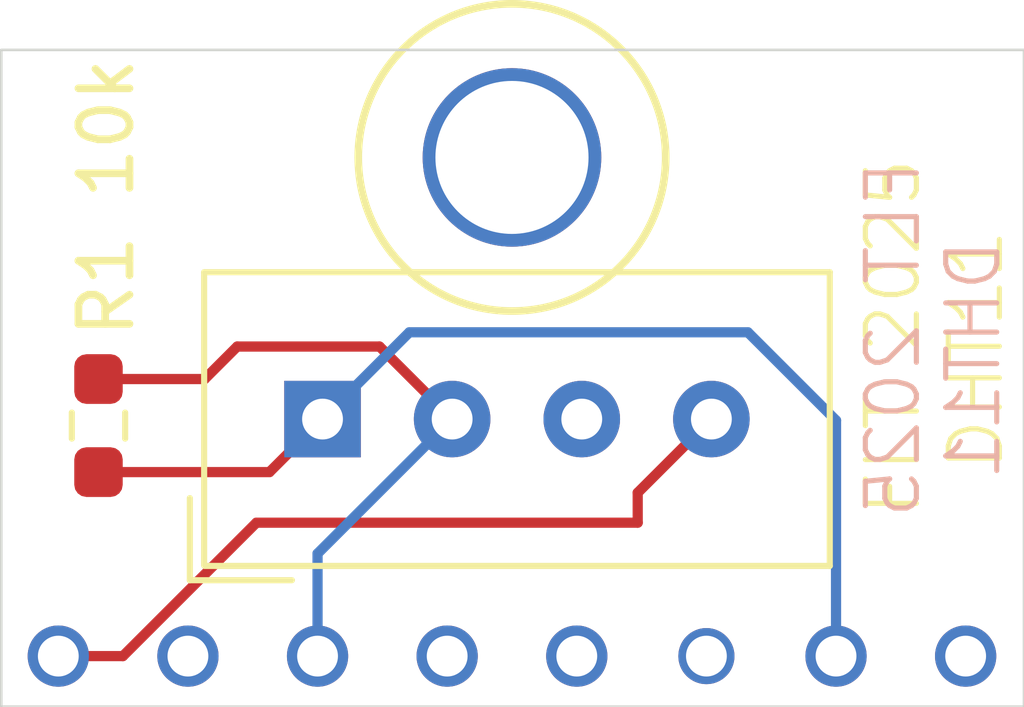
<source format=kicad_pcb>
(kicad_pcb (version 20241229) (generator "pcbnew") (generator_version "9.0")
  (layers (0 "F.Cu" signal) (2 "B.Cu" signal) (13 "F.Paste" user) (15 "B.Paste" user) (5 "F.SilkS" user "F.Silkscreen") (7 "B.SilkS" user "B.Silkscreen") (1 "F.Mask" user) (3 "B.Mask" user) (25 "Edge.Cuts" user))
  (net 0 "")
  (net 1 "Net-(U1-G26)")
  (net 2 "Net-(U1-3V3)")
  (net 5 "Net-(U1-GND)")
  (footprint "Sensor:Aosong_DHT11_5.5x12.0_P2.54mm" (layer "F.Cu") (at 129.9169 59.5122 90)
    (property "Reference" "U2" (hide yes))
    (property "Value" "DHT11" (hide yes))
    (fp_line (start -3.16 -2.6) (end -1.55 -2.6) (stroke (width 0.12)) (layer "F.SilkS"))
    (fp_line (start -3.16 -2.6) (end -3.16 -0.6) (stroke (width 0.12)) (layer "F.SilkS"))
    (fp_line (start 2.88 -2.32) (end 2.88 9.94) (stroke (width 0.12)) (layer "F.SilkS"))
    (fp_line (start -2.87 -2.32) (end 2.87 -2.32) (stroke (width 0.12)) (layer "F.SilkS"))
    (fp_line (start 2.88 9.94) (end -2.88 9.94) (stroke (width 0.12)) (layer "F.SilkS"))
    (fp_line (start -2.88 9.94) (end -2.88 -2.31) (stroke (width 0.12)) (layer "F.SilkS"))
    (pad "1" thru_hole rect (at 0 0 90) (size 1.5 1.5) (drill 0.8) (layers "*.Cu" "*.Mask") (net 2 "Net-(U1-3V3)"))
    (pad "2" thru_hole circle (at 0 2.54 90) (size 1.5 1.5) (drill 0.8) (layers "*.Cu" "*.Mask") (net 1 "Net-(U1-G26)"))
    (pad "3" thru_hole circle (at 0 5.08 90) (size 1.5 1.5) (drill 0.8) (layers "*.Cu" "*.Mask"))
    (pad "4" thru_hole circle (at 0 7.62 90) (size 1.5 1.5) (drill 0.8) (layers "*.Cu" "*.Mask") (net 5 "Net-(U1-GND)"))
  )
  (footprint "m3_hole_custom:m3_hole_custom" (layer "F.Cu") (at 133.6294 54.3814)
    (property "Reference" "TP1" (hide yes))
    (property "Value" "TestPoint" (hide yes))
    (fp_circle (center 0 0) (end 2.8575 0.9525) (stroke (width 0.15)) (fill no) (layer "F.SilkS"))
    (pad "1" thru_hole circle (at 0 0) (size 3.5 3.5) (drill 3) (layers "*.Cu" "*.Mask"))
  )
  (footprint "Resistor_SMD:R_0603_1608Metric_Pad0.98x0.95mm_HandSolder" (layer "F.Cu") (at 125.5268 59.6398 -90)
    (property "Reference" "R1 10k" (at -4.471 -0.1524 270) (layer "F.SilkS"))
    (property "Value" "R" (hide yes))
    (fp_line (start -0.254724 0.5225) (end 0.254724 0.5225) (stroke (width 0.12)) (layer "F.SilkS"))
    (fp_line (start -0.254724 -0.5225) (end 0.254724 -0.5225) (stroke (width 0.12)) (layer "F.SilkS"))
    (pad "1" smd roundrect (at -0.9125 0 270) (size 0.975 0.95) (layers "F.Cu" "F.Mask" "F.Paste") (net 1 "Net-(U1-G26)"))
    (pad "2" smd roundrect (at 0.9125 0 270) (size 0.975 0.95) (layers "F.Cu" "F.Mask" "F.Paste") (net 2 "Net-(U1-3V3)"))
  )
  (footprint "headers_custom:m5_stick_header_full" (layer "F.Cu") (at 133.6294 64.1604)
    (property "Reference" "U1" (hide yes))
    (property "Value" "~")
    (pad "1" thru_hole circle (at -8.89 0) (size 1.2 1.2) (drill 0.8) (layers "*.Cu" "*.Mask") (net 5 "Net-(U1-GND)"))
    (pad "2" thru_hole circle (at -6.35 0) (size 1.2 1.2) (drill 0.8) (layers "*.Cu" "*.Mask"))
    (pad "3" thru_hole circle (at -3.81 0) (size 1.2 1.2) (drill 0.8) (layers "*.Cu" "*.Mask") (net 1 "Net-(U1-G26)"))
    (pad "4" thru_hole circle (at -1.27 0) (size 1.2 1.2) (drill 0.8) (layers "*.Cu" "*.Mask"))
    (pad "5" thru_hole circle (at 1.27 0) (size 1.2 1.2) (drill 0.8) (layers "*.Cu" "*.Mask"))
    (pad "6" thru_hole circle (at 3.81 0) (size 1.1 1.1) (drill 0.8) (layers "*.Cu" "*.Mask"))
    (pad "7" thru_hole circle (at 6.35 0) (size 1.2 1.2) (drill 0.8) (layers "*.Cu" "*.Mask") (net 2 "Net-(U1-3V3)"))
    (pad "8" thru_hole circle (at 8.89 0) (size 1.2 1.2) (drill 0.8) (layers "*.Cu" "*.Mask"))
  )
  (gr_rect (start 123.6218 52.2732) (end 143.6624 65.151) (stroke (width 0.05)) (fill no) (layer "Edge.Cuts"))
  (gr_text "DHT11" (at 143.3068 60.579 90) (layer "F.SilkS") (effects (font (size 1 1) (thickness 0.1)) (justify left bottom)))
  (gr_text "FLT 2025" (at 141.6812 61.468 90) (layer "F.SilkS") (effects (font (size 1 1) (thickness 0.1)) (justify left bottom)))
  (gr_text "FLT 2025" (at 141.6812 54.3814 90) (layer "B.SilkS") (effects (font (size 1 1) (thickness 0.1)) (justify left bottom mirror)))
  (gr_text "DHT11" (at 143.256 55.9308 90) (layer "B.SilkS") (effects (font (size 1 1) (thickness 0.1)) (justify left bottom mirror)))
  (segment (start 128.2446 58.0898) (end 131.0345 58.0898) (width 0.2) (layer "F.Cu") (net 1))
  (segment (start 127.6071 58.7273) (end 128.2446 58.0898) (width 0.2) (layer "F.Cu") (net 1))
  (segment (start 131.0345 58.0898) (end 132.4569 59.5122) (width 0.2) (layer "F.Cu") (net 1))
  (segment (start 125.5268 58.7273) (end 127.6071 58.7273) (width 0.2) (layer "F.Cu") (net 1))
  (segment (start 132.4569 59.5122) (end 129.8194 62.1497) (width 0.2) (layer "B.Cu") (net 1))
  (segment (start 129.8194 62.1497) (end 129.8194 64.1604) (width 0.2) (layer "B.Cu") (net 1))
  (segment (start 125.5268 60.5523) (end 128.8768 60.5523) (width 0.2) (layer "F.Cu") (net 2))
  (segment (start 128.8768 60.5523) (end 129.9169 59.5122) (width 0.2) (layer "F.Cu") (net 2))
  (segment (start 139.9794 59.5376) (end 139.9794 64.1604) (width 0.2) (layer "B.Cu") (net 2))
  (segment (start 131.6187 57.8104) (end 138.2522 57.8104) (width 0.2) (layer "B.Cu") (net 2))
  (segment (start 129.9169 59.5122) (end 131.6187 57.8104) (width 0.2) (layer "B.Cu") (net 2))
  (segment (start 138.2522 57.8104) (end 139.9794 59.5376) (width 0.2) (layer "B.Cu") (net 2))
  (segment (start 136.0932 61.5442) (end 136.0932 60.9559) (width 0.2) (layer "F.Cu") (net 5))
  (segment (start 124.7394 64.1604) (end 126.005193 64.1604) (width 0.2) (layer "F.Cu") (net 5))
  (segment (start 126.005193 64.1604) (end 128.621393 61.5442) (width 0.2) (layer "F.Cu") (net 5))
  (segment (start 128.621393 61.5442) (end 136.0932 61.5442) (width 0.2) (layer "F.Cu") (net 5))
  (segment (start 136.0932 60.9559) (end 137.5369 59.5122) (width 0.2) (layer "F.Cu") (net 5))
)
</source>
